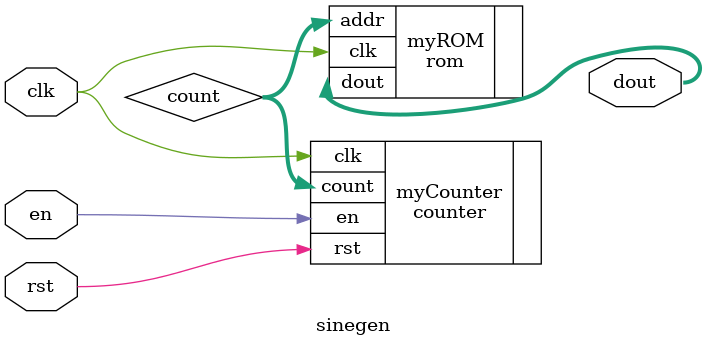
<source format=sv>
module sinegen #(
  parameter WIDTH = 8
)(
  // interface signals
  input  logic             clk,      // clock 
  input  logic             rst,      // reset 
  input  logic             en,       // enable
  output logic [WIDTH-1:0] dout       // count output
);

  logic  [WIDTH-1:0]       count;    // interconnect wire

counter myCounter (
  .clk (clk),
  .rst (rst),
  .en (en),
  .count (count)
);

rom myROM (
  .clk (clk),
  .addr (count),
  .dout (dout)
);

endmodule

</source>
